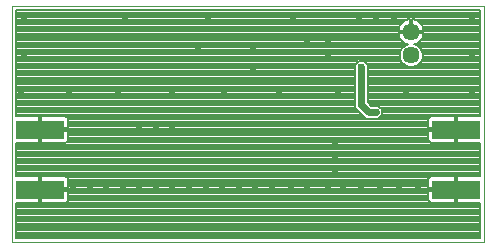
<source format=gbl>
G75*
%MOIN*%
%OFA0B0*%
%FSLAX24Y24*%
%IPPOS*%
%LPD*%
%AMOC8*
5,1,8,0,0,1.08239X$1,22.5*
%
%ADD10C,0.0000*%
%ADD11C,0.0570*%
%ADD12R,0.1600X0.0600*%
%ADD13C,0.0079*%
%ADD14C,0.0238*%
%ADD15C,0.0240*%
D10*
X005775Y000139D02*
X005775Y008013D01*
X021523Y008013D01*
X021523Y000139D01*
X005775Y000139D01*
D11*
X019082Y006360D03*
X019082Y007147D03*
D12*
X020578Y003891D03*
X020578Y001891D03*
X006720Y001891D03*
X006720Y003891D03*
D13*
X006759Y003924D02*
X020539Y003924D01*
X020539Y003931D02*
X020539Y003852D01*
X019639Y003852D01*
X019639Y003573D01*
X019648Y003538D01*
X007650Y003538D01*
X007659Y003573D01*
X007659Y003852D01*
X006759Y003852D01*
X006759Y003452D01*
X007538Y003452D01*
X007574Y003461D01*
X007606Y003480D01*
X007632Y003506D01*
X007650Y003538D01*
X007659Y003615D02*
X019639Y003615D01*
X019639Y003692D02*
X007659Y003692D01*
X007659Y003770D02*
X019639Y003770D01*
X019639Y003847D02*
X007659Y003847D01*
X007659Y003931D02*
X007659Y004210D01*
X007650Y004245D01*
X007632Y004277D01*
X007606Y004303D01*
X007574Y004321D01*
X007538Y004331D01*
X006759Y004331D01*
X006759Y003931D01*
X006681Y003931D01*
X006681Y004331D01*
X005915Y004331D01*
X005915Y007874D01*
X021384Y007874D01*
X021384Y004331D01*
X020618Y004331D01*
X020618Y003931D01*
X020539Y003931D01*
X020539Y004331D01*
X019760Y004331D01*
X019725Y004321D01*
X019693Y004303D01*
X019667Y004277D01*
X019648Y004245D01*
X019639Y004210D01*
X019639Y003931D01*
X020539Y003931D01*
X020539Y004001D02*
X020618Y004001D01*
X020618Y004079D02*
X020539Y004079D01*
X020539Y004156D02*
X020618Y004156D01*
X020618Y004233D02*
X020539Y004233D01*
X020539Y004310D02*
X020618Y004310D01*
X021384Y004388D02*
X018121Y004388D01*
X018121Y004379D02*
X018121Y004561D01*
X017992Y004689D01*
X017756Y004689D01*
X017648Y004797D01*
X017648Y006057D01*
X017520Y006186D01*
X017338Y006186D01*
X017209Y006057D01*
X017209Y004615D01*
X017338Y004487D01*
X017574Y004251D01*
X017756Y004251D01*
X017992Y004251D01*
X018121Y004379D01*
X018121Y004465D02*
X021384Y004465D01*
X021384Y004542D02*
X018121Y004542D01*
X018062Y004619D02*
X021384Y004619D01*
X021384Y004697D02*
X017749Y004697D01*
X017671Y004774D02*
X021384Y004774D01*
X021384Y004851D02*
X017648Y004851D01*
X017648Y004928D02*
X021384Y004928D01*
X021384Y005006D02*
X017648Y005006D01*
X017648Y005083D02*
X021384Y005083D01*
X021384Y005160D02*
X017648Y005160D01*
X017648Y005237D02*
X021384Y005237D01*
X021384Y005314D02*
X017648Y005314D01*
X017648Y005392D02*
X021384Y005392D01*
X021384Y005469D02*
X017648Y005469D01*
X017648Y005546D02*
X021384Y005546D01*
X021384Y005623D02*
X017648Y005623D01*
X017648Y005701D02*
X021384Y005701D01*
X021384Y005778D02*
X017648Y005778D01*
X017648Y005855D02*
X021384Y005855D01*
X021384Y005932D02*
X017648Y005932D01*
X017648Y006010D02*
X018923Y006010D01*
X018865Y006034D02*
X019006Y005975D01*
X019159Y005975D01*
X019300Y006034D01*
X019408Y006142D01*
X019467Y006283D01*
X019467Y006436D01*
X019408Y006578D01*
X019300Y006686D01*
X019184Y006734D01*
X019245Y006754D01*
X019305Y006784D01*
X019359Y006824D01*
X019406Y006871D01*
X019445Y006925D01*
X019476Y006984D01*
X019496Y007048D01*
X019507Y007114D01*
X019507Y007118D01*
X019112Y007118D01*
X019112Y007177D01*
X019053Y007177D01*
X019053Y007572D01*
X019049Y007572D01*
X018983Y007561D01*
X018919Y007541D01*
X018860Y007510D01*
X018806Y007471D01*
X018759Y007424D01*
X018719Y007370D01*
X018689Y007310D01*
X018668Y007247D01*
X018658Y007181D01*
X018658Y007177D01*
X019053Y007177D01*
X019053Y007118D01*
X018658Y007118D01*
X018658Y007114D01*
X018668Y007048D01*
X018689Y006984D01*
X018719Y006925D01*
X018759Y006871D01*
X018806Y006824D01*
X018860Y006784D01*
X018919Y006754D01*
X018981Y006734D01*
X018865Y006686D01*
X018756Y006578D01*
X018698Y006436D01*
X018698Y006283D01*
X018756Y006142D01*
X018865Y006034D01*
X018812Y006087D02*
X017618Y006087D01*
X017541Y006164D02*
X018747Y006164D01*
X018715Y006241D02*
X005915Y006241D01*
X005915Y006164D02*
X017316Y006164D01*
X017239Y006087D02*
X005915Y006087D01*
X005915Y006010D02*
X017209Y006010D01*
X017209Y005932D02*
X005915Y005932D01*
X005915Y005855D02*
X017209Y005855D01*
X017209Y005778D02*
X005915Y005778D01*
X005915Y005701D02*
X017209Y005701D01*
X017209Y005623D02*
X005915Y005623D01*
X005915Y005546D02*
X017209Y005546D01*
X017209Y005469D02*
X005915Y005469D01*
X005915Y005392D02*
X017209Y005392D01*
X017209Y005314D02*
X005915Y005314D01*
X005915Y005237D02*
X017209Y005237D01*
X017209Y005160D02*
X005915Y005160D01*
X005915Y005083D02*
X017209Y005083D01*
X017209Y005006D02*
X005915Y005006D01*
X005915Y004928D02*
X017209Y004928D01*
X017209Y004851D02*
X005915Y004851D01*
X005915Y004774D02*
X017209Y004774D01*
X017209Y004697D02*
X005915Y004697D01*
X005915Y004619D02*
X017209Y004619D01*
X017283Y004542D02*
X005915Y004542D01*
X005915Y004465D02*
X017360Y004465D01*
X017437Y004388D02*
X005915Y004388D01*
X006681Y004310D02*
X006759Y004310D01*
X006759Y004233D02*
X006681Y004233D01*
X006681Y004156D02*
X006759Y004156D01*
X006759Y004079D02*
X006681Y004079D01*
X006681Y004001D02*
X006759Y004001D01*
X006759Y003931D02*
X007659Y003931D01*
X007659Y004001D02*
X019639Y004001D01*
X019639Y004079D02*
X007659Y004079D01*
X007659Y004156D02*
X019639Y004156D01*
X019645Y004233D02*
X007653Y004233D01*
X007593Y004310D02*
X017514Y004310D01*
X018052Y004310D02*
X019706Y004310D01*
X020539Y003852D02*
X020618Y003852D01*
X020618Y003452D01*
X021384Y003452D01*
X021384Y002331D01*
X020618Y002331D01*
X020618Y001931D01*
X020539Y001931D01*
X020539Y002331D01*
X019760Y002331D01*
X019725Y002321D01*
X019693Y002303D01*
X019667Y002277D01*
X019648Y002245D01*
X019639Y002210D01*
X019639Y001931D01*
X020539Y001931D01*
X020539Y001852D01*
X019639Y001852D01*
X019639Y001573D01*
X019648Y001538D01*
X019667Y001506D01*
X019693Y001480D01*
X019725Y001461D01*
X019760Y001452D01*
X020539Y001452D01*
X020539Y001852D01*
X020618Y001852D01*
X020618Y001452D01*
X021384Y001452D01*
X021384Y000279D01*
X005915Y000279D01*
X005915Y001452D01*
X006681Y001452D01*
X006681Y001852D01*
X006759Y001852D01*
X006759Y001452D01*
X007538Y001452D01*
X007574Y001461D01*
X007606Y001480D01*
X007632Y001506D01*
X007650Y001538D01*
X007659Y001573D01*
X007659Y001852D01*
X006759Y001852D01*
X006759Y001931D01*
X006681Y001931D01*
X006681Y002331D01*
X005915Y002331D01*
X005915Y003452D01*
X006681Y003452D01*
X006681Y003852D01*
X006759Y003852D01*
X006759Y003931D01*
X006759Y003847D02*
X006681Y003847D01*
X006681Y003770D02*
X006759Y003770D01*
X006759Y003692D02*
X006681Y003692D01*
X006681Y003615D02*
X006759Y003615D01*
X006759Y003538D02*
X006681Y003538D01*
X006681Y003461D02*
X006759Y003461D01*
X007571Y003461D02*
X019727Y003461D01*
X019725Y003461D02*
X019760Y003452D01*
X020539Y003452D01*
X020539Y003852D01*
X020539Y003847D02*
X020618Y003847D01*
X020618Y003770D02*
X020539Y003770D01*
X020539Y003692D02*
X020618Y003692D01*
X020618Y003615D02*
X020539Y003615D01*
X020539Y003538D02*
X020618Y003538D01*
X020618Y003461D02*
X020539Y003461D01*
X019725Y003461D02*
X019693Y003480D01*
X019667Y003506D01*
X019648Y003538D01*
X021384Y003383D02*
X005915Y003383D01*
X005915Y003306D02*
X021384Y003306D01*
X021384Y003229D02*
X005915Y003229D01*
X005915Y003152D02*
X021384Y003152D01*
X021384Y003075D02*
X005915Y003075D01*
X005915Y002997D02*
X021384Y002997D01*
X021384Y002920D02*
X005915Y002920D01*
X005915Y002843D02*
X021384Y002843D01*
X021384Y002766D02*
X005915Y002766D01*
X005915Y002688D02*
X021384Y002688D01*
X021384Y002611D02*
X005915Y002611D01*
X005915Y002534D02*
X021384Y002534D01*
X021384Y002457D02*
X005915Y002457D01*
X005915Y002379D02*
X021384Y002379D01*
X020618Y002302D02*
X020539Y002302D01*
X020539Y002225D02*
X020618Y002225D01*
X020618Y002148D02*
X020539Y002148D01*
X020539Y002070D02*
X020618Y002070D01*
X020618Y001993D02*
X020539Y001993D01*
X020539Y001916D02*
X006759Y001916D01*
X006759Y001931D02*
X007659Y001931D01*
X007659Y002210D01*
X007650Y002245D01*
X007632Y002277D01*
X007606Y002303D01*
X007574Y002321D01*
X007538Y002331D01*
X006759Y002331D01*
X006759Y001931D01*
X006759Y001993D02*
X006681Y001993D01*
X006681Y002070D02*
X006759Y002070D01*
X006759Y002148D02*
X006681Y002148D01*
X006681Y002225D02*
X006759Y002225D01*
X006759Y002302D02*
X006681Y002302D01*
X006681Y001839D02*
X006759Y001839D01*
X006759Y001761D02*
X006681Y001761D01*
X006681Y001684D02*
X006759Y001684D01*
X006759Y001607D02*
X006681Y001607D01*
X006681Y001530D02*
X006759Y001530D01*
X006759Y001452D02*
X006681Y001452D01*
X005915Y001375D02*
X021384Y001375D01*
X021384Y001298D02*
X005915Y001298D01*
X005915Y001221D02*
X021384Y001221D01*
X021384Y001143D02*
X005915Y001143D01*
X005915Y001066D02*
X021384Y001066D01*
X021384Y000989D02*
X005915Y000989D01*
X005915Y000912D02*
X021384Y000912D01*
X021384Y000835D02*
X005915Y000835D01*
X005915Y000757D02*
X021384Y000757D01*
X021384Y000680D02*
X005915Y000680D01*
X005915Y000603D02*
X021384Y000603D01*
X021384Y000526D02*
X005915Y000526D01*
X005915Y000448D02*
X021384Y000448D01*
X021384Y000371D02*
X005915Y000371D01*
X005915Y000294D02*
X021384Y000294D01*
X020618Y001452D02*
X020539Y001452D01*
X020539Y001530D02*
X020618Y001530D01*
X020618Y001607D02*
X020539Y001607D01*
X020539Y001684D02*
X020618Y001684D01*
X020618Y001761D02*
X020539Y001761D01*
X020539Y001839D02*
X020618Y001839D01*
X019758Y001452D02*
X007540Y001452D01*
X007645Y001530D02*
X019653Y001530D01*
X019639Y001607D02*
X007659Y001607D01*
X007659Y001684D02*
X019639Y001684D01*
X019639Y001761D02*
X007659Y001761D01*
X007659Y001839D02*
X019639Y001839D01*
X019639Y001993D02*
X007659Y001993D01*
X007659Y002070D02*
X019639Y002070D01*
X019639Y002148D02*
X007659Y002148D01*
X007655Y002225D02*
X019643Y002225D01*
X019692Y002302D02*
X007606Y002302D01*
X005915Y006319D02*
X018698Y006319D01*
X018698Y006396D02*
X005915Y006396D01*
X005915Y006473D02*
X018713Y006473D01*
X018745Y006550D02*
X005915Y006550D01*
X005915Y006628D02*
X018806Y006628D01*
X018911Y006705D02*
X005915Y006705D01*
X005915Y006782D02*
X018864Y006782D01*
X018770Y006859D02*
X005915Y006859D01*
X005915Y006937D02*
X018713Y006937D01*
X018679Y007014D02*
X005915Y007014D01*
X005915Y007091D02*
X018662Y007091D01*
X019053Y007168D02*
X005915Y007168D01*
X005915Y007245D02*
X018668Y007245D01*
X018695Y007323D02*
X005915Y007323D01*
X005915Y007400D02*
X018741Y007400D01*
X018814Y007477D02*
X005915Y007477D01*
X005915Y007554D02*
X018962Y007554D01*
X019053Y007554D02*
X019112Y007554D01*
X019112Y007572D02*
X019112Y007177D01*
X019507Y007177D01*
X019507Y007181D01*
X019496Y007247D01*
X019476Y007310D01*
X019445Y007370D01*
X019406Y007424D01*
X019359Y007471D01*
X019305Y007510D01*
X019245Y007541D01*
X019182Y007561D01*
X019116Y007572D01*
X019112Y007572D01*
X019202Y007554D02*
X021384Y007554D01*
X021384Y007477D02*
X019350Y007477D01*
X019423Y007400D02*
X021384Y007400D01*
X021384Y007323D02*
X019469Y007323D01*
X019496Y007245D02*
X021384Y007245D01*
X021384Y007168D02*
X019112Y007168D01*
X019112Y007245D02*
X019053Y007245D01*
X019053Y007323D02*
X019112Y007323D01*
X019112Y007400D02*
X019053Y007400D01*
X019053Y007477D02*
X019112Y007477D01*
X019503Y007091D02*
X021384Y007091D01*
X021384Y007014D02*
X019485Y007014D01*
X019451Y006937D02*
X021384Y006937D01*
X021384Y006859D02*
X019394Y006859D01*
X019300Y006782D02*
X021384Y006782D01*
X021384Y006705D02*
X019254Y006705D01*
X019358Y006628D02*
X021384Y006628D01*
X021384Y006550D02*
X019419Y006550D01*
X019451Y006473D02*
X021384Y006473D01*
X021384Y006396D02*
X019467Y006396D01*
X019467Y006319D02*
X021384Y006319D01*
X021384Y006241D02*
X019449Y006241D01*
X019417Y006164D02*
X021384Y006164D01*
X021384Y006087D02*
X019353Y006087D01*
X019241Y006010D02*
X021384Y006010D01*
X021384Y007632D02*
X005915Y007632D01*
X005915Y007709D02*
X021384Y007709D01*
X021384Y007786D02*
X005915Y007786D01*
X005915Y007863D02*
X021384Y007863D01*
D14*
X021130Y007620D03*
X021130Y006439D03*
X021130Y005179D03*
X018925Y005179D03*
X017901Y004470D03*
X018059Y003840D03*
X018689Y003840D03*
X019319Y003840D03*
X019948Y003840D03*
X020578Y003840D03*
X021130Y003840D03*
X021130Y001950D03*
X020578Y001950D03*
X019948Y001950D03*
X019319Y001950D03*
X018689Y001950D03*
X018059Y001950D03*
X017429Y001950D03*
X016799Y001950D03*
X016326Y001950D03*
X015618Y001950D03*
X015067Y001950D03*
X014437Y001950D03*
X013885Y001950D03*
X013334Y001950D03*
X012783Y001950D03*
X012232Y001950D03*
X011681Y001950D03*
X011130Y001872D03*
X010578Y001872D03*
X010027Y001872D03*
X009476Y001950D03*
X008925Y001950D03*
X008374Y001950D03*
X007822Y001950D03*
X007271Y001950D03*
X006720Y001950D03*
X006090Y001950D03*
X006090Y000612D03*
X007665Y000612D03*
X009319Y000612D03*
X011130Y000612D03*
X012862Y000612D03*
X014673Y000612D03*
X016641Y000612D03*
X018925Y000612D03*
X021130Y000612D03*
X016563Y002580D03*
X016563Y003053D03*
X016563Y003525D03*
X016799Y003840D03*
X016326Y003840D03*
X015618Y003840D03*
X015067Y003840D03*
X014437Y003840D03*
X013885Y003840D03*
X013334Y003840D03*
X012783Y003840D03*
X012232Y003840D03*
X011681Y003840D03*
X011130Y003919D03*
X010578Y003919D03*
X010027Y003919D03*
X009476Y003840D03*
X008925Y003840D03*
X008374Y003840D03*
X007822Y003840D03*
X007271Y003840D03*
X006720Y003840D03*
X006090Y003840D03*
X006090Y005179D03*
X007665Y005179D03*
X009319Y005179D03*
X011130Y005179D03*
X012862Y005179D03*
X013807Y005966D03*
X013807Y006517D03*
X013964Y007226D03*
X015145Y007620D03*
X016326Y007226D03*
X016326Y006754D03*
X015618Y006754D03*
X016326Y006281D03*
X017429Y005966D03*
X016641Y005179D03*
X014673Y005179D03*
X017429Y003840D03*
X011996Y006596D03*
X012311Y007620D03*
X009555Y007620D03*
X006169Y007620D03*
X006169Y006439D03*
X017350Y007620D03*
X017901Y007620D03*
X018531Y007620D03*
D15*
X017429Y005966D02*
X017429Y004706D01*
X017665Y004470D01*
X017901Y004470D01*
M02*

</source>
